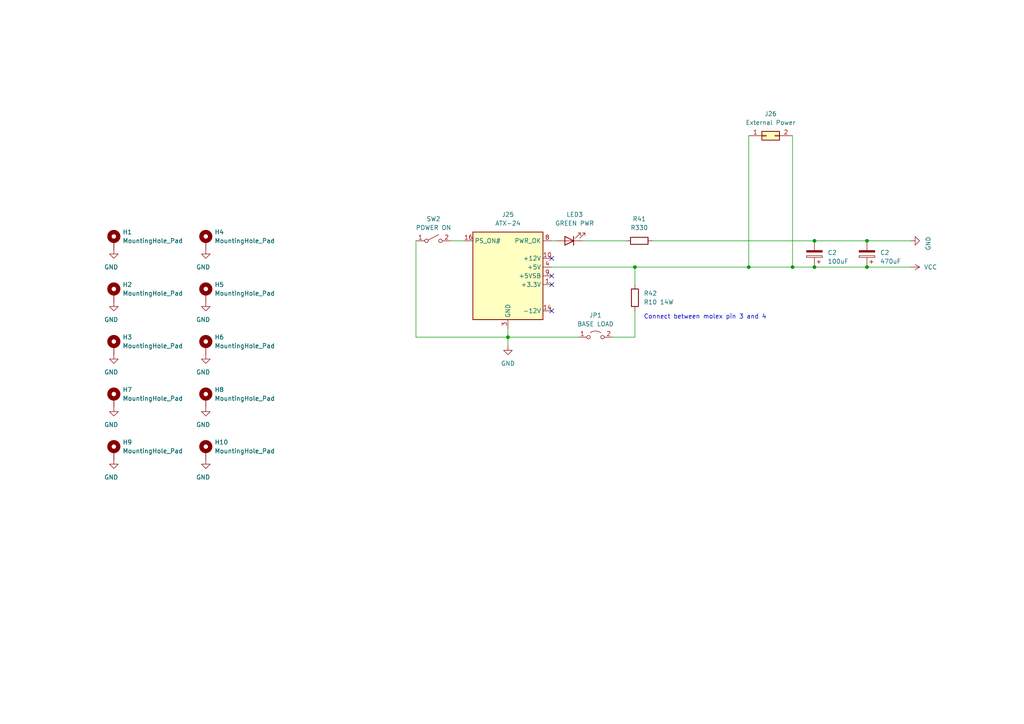
<source format=kicad_sch>
(kicad_sch (version 20230121) (generator eeschema)

  (uuid f4cade39-7a8b-4379-9e28-0e1b26b17c1c)

  (paper "A4")

  (title_block
    (title "Mats Brorson 68010 SBC Power Circuit")
    (date "2024-01-06")
    (rev "1.0-alpha")
  )

  (lib_symbols
    (symbol "Connector:ATX-24" (in_bom yes) (on_board yes)
      (property "Reference" "J" (at -8.89 13.97 0)
        (effects (font (size 1.27 1.27)))
      )
      (property "Value" "ATX-24" (at 6.35 13.97 0)
        (effects (font (size 1.27 1.27)))
      )
      (property "Footprint" "" (at 0 -2.54 0)
        (effects (font (size 1.27 1.27)) hide)
      )
      (property "Datasheet" "https://www.intel.com/content/dam/www/public/us/en/documents/guides/power-supply-design-guide-june.pdf#page=33" (at 60.96 -13.97 0)
        (effects (font (size 1.27 1.27)) hide)
      )
      (property "ki_keywords" "ATX PSU" (at 0 0 0)
        (effects (font (size 1.27 1.27)) hide)
      )
      (property "ki_description" "ATX Power supply 24pins" (at 0 0 0)
        (effects (font (size 1.27 1.27)) hide)
      )
      (property "ki_fp_filters" "*Mini?Fit*2x12*Vertical* *Mini?Fit*2x12*Horizontal*" (at 0 0 0)
        (effects (font (size 1.27 1.27)) hide)
      )
      (symbol "ATX-24_0_1"
        (rectangle (start -10.16 12.7) (end 10.16 -12.7)
          (stroke (width 0.254) (type default))
          (fill (type background))
        )
      )
      (symbol "ATX-24_1_1"
        (pin power_out line (at 12.7 -2.54 180) (length 2.54)
          (name "+3.3V" (effects (font (size 1.27 1.27))))
          (number "1" (effects (font (size 1.27 1.27))))
        )
        (pin power_out line (at 12.7 5.08 180) (length 2.54)
          (name "+12V" (effects (font (size 1.27 1.27))))
          (number "10" (effects (font (size 1.27 1.27))))
        )
        (pin passive line (at 12.7 5.08 180) (length 2.54) hide
          (name "+12V" (effects (font (size 1.27 1.27))))
          (number "11" (effects (font (size 1.27 1.27))))
        )
        (pin passive line (at 12.7 -2.54 180) (length 2.54) hide
          (name "+3.3V" (effects (font (size 1.27 1.27))))
          (number "12" (effects (font (size 1.27 1.27))))
        )
        (pin passive line (at 12.7 -2.54 180) (length 2.54) hide
          (name "+3.3V" (effects (font (size 1.27 1.27))))
          (number "13" (effects (font (size 1.27 1.27))))
        )
        (pin power_out line (at 12.7 -10.16 180) (length 2.54)
          (name "-12V" (effects (font (size 1.27 1.27))))
          (number "14" (effects (font (size 1.27 1.27))))
        )
        (pin passive line (at 0 -15.24 90) (length 2.54) hide
          (name "GND" (effects (font (size 1.27 1.27))))
          (number "15" (effects (font (size 1.27 1.27))))
        )
        (pin open_collector line (at -12.7 10.16 0) (length 2.54)
          (name "PS_ON#" (effects (font (size 1.27 1.27))))
          (number "16" (effects (font (size 1.27 1.27))))
        )
        (pin passive line (at 0 -15.24 90) (length 2.54) hide
          (name "GND" (effects (font (size 1.27 1.27))))
          (number "17" (effects (font (size 1.27 1.27))))
        )
        (pin passive line (at 0 -15.24 90) (length 2.54) hide
          (name "GND" (effects (font (size 1.27 1.27))))
          (number "18" (effects (font (size 1.27 1.27))))
        )
        (pin passive line (at 0 -15.24 90) (length 2.54) hide
          (name "GND" (effects (font (size 1.27 1.27))))
          (number "19" (effects (font (size 1.27 1.27))))
        )
        (pin passive line (at 12.7 -2.54 180) (length 2.54) hide
          (name "+3.3V" (effects (font (size 1.27 1.27))))
          (number "2" (effects (font (size 1.27 1.27))))
        )
        (pin no_connect line (at -10.16 0 0) (length 2.54) hide
          (name "NC" (effects (font (size 1.27 1.27))))
          (number "20" (effects (font (size 1.27 1.27))))
        )
        (pin passive line (at 12.7 2.54 180) (length 2.54) hide
          (name "+5V" (effects (font (size 1.27 1.27))))
          (number "21" (effects (font (size 1.27 1.27))))
        )
        (pin passive line (at 12.7 2.54 180) (length 2.54) hide
          (name "+5V" (effects (font (size 1.27 1.27))))
          (number "22" (effects (font (size 1.27 1.27))))
        )
        (pin passive line (at 12.7 2.54 180) (length 2.54) hide
          (name "+5V" (effects (font (size 1.27 1.27))))
          (number "23" (effects (font (size 1.27 1.27))))
        )
        (pin passive line (at 0 -15.24 90) (length 2.54) hide
          (name "GND" (effects (font (size 1.27 1.27))))
          (number "24" (effects (font (size 1.27 1.27))))
        )
        (pin power_out line (at 0 -15.24 90) (length 2.54)
          (name "GND" (effects (font (size 1.27 1.27))))
          (number "3" (effects (font (size 1.27 1.27))))
        )
        (pin power_out line (at 12.7 2.54 180) (length 2.54)
          (name "+5V" (effects (font (size 1.27 1.27))))
          (number "4" (effects (font (size 1.27 1.27))))
        )
        (pin passive line (at 0 -15.24 90) (length 2.54) hide
          (name "GND" (effects (font (size 1.27 1.27))))
          (number "5" (effects (font (size 1.27 1.27))))
        )
        (pin passive line (at 12.7 2.54 180) (length 2.54) hide
          (name "+5V" (effects (font (size 1.27 1.27))))
          (number "6" (effects (font (size 1.27 1.27))))
        )
        (pin passive line (at 0 -15.24 90) (length 2.54) hide
          (name "GND" (effects (font (size 1.27 1.27))))
          (number "7" (effects (font (size 1.27 1.27))))
        )
        (pin output line (at 12.7 10.16 180) (length 2.54)
          (name "PWR_OK" (effects (font (size 1.27 1.27))))
          (number "8" (effects (font (size 1.27 1.27))))
        )
        (pin power_out line (at 12.7 0 180) (length 2.54)
          (name "+5VSB" (effects (font (size 1.27 1.27))))
          (number "9" (effects (font (size 1.27 1.27))))
        )
      )
    )
    (symbol "Connector_Generic:Conn_02x01" (pin_names (offset 1.016) hide) (in_bom yes) (on_board yes)
      (property "Reference" "J" (at 1.27 2.54 0)
        (effects (font (size 1.27 1.27)))
      )
      (property "Value" "Conn_02x01" (at 1.27 -2.54 0)
        (effects (font (size 1.27 1.27)))
      )
      (property "Footprint" "" (at 0 0 0)
        (effects (font (size 1.27 1.27)) hide)
      )
      (property "Datasheet" "~" (at 0 0 0)
        (effects (font (size 1.27 1.27)) hide)
      )
      (property "ki_keywords" "connector" (at 0 0 0)
        (effects (font (size 1.27 1.27)) hide)
      )
      (property "ki_description" "Generic connector, double row, 02x01, this symbol is compatible with counter-clockwise, top-bottom and odd-even numbering schemes., script generated (kicad-library-utils/schlib/autogen/connector/)" (at 0 0 0)
        (effects (font (size 1.27 1.27)) hide)
      )
      (property "ki_fp_filters" "Connector*:*_2x??_*" (at 0 0 0)
        (effects (font (size 1.27 1.27)) hide)
      )
      (symbol "Conn_02x01_1_1"
        (rectangle (start -1.27 0.127) (end 0 -0.127)
          (stroke (width 0.1524) (type default))
          (fill (type none))
        )
        (rectangle (start -1.27 1.27) (end 3.81 -1.27)
          (stroke (width 0.254) (type default))
          (fill (type background))
        )
        (rectangle (start 3.81 0.127) (end 2.54 -0.127)
          (stroke (width 0.1524) (type default))
          (fill (type none))
        )
        (pin passive line (at -5.08 0 0) (length 3.81)
          (name "Pin_1" (effects (font (size 1.27 1.27))))
          (number "1" (effects (font (size 1.27 1.27))))
        )
        (pin passive line (at 7.62 0 180) (length 3.81)
          (name "Pin_2" (effects (font (size 1.27 1.27))))
          (number "2" (effects (font (size 1.27 1.27))))
        )
      )
    )
    (symbol "Device:C_Polarized" (pin_numbers hide) (pin_names (offset 0.254)) (in_bom yes) (on_board yes)
      (property "Reference" "C" (at 0.635 2.54 0)
        (effects (font (size 1.27 1.27)) (justify left))
      )
      (property "Value" "C_Polarized" (at 0.635 -2.54 0)
        (effects (font (size 1.27 1.27)) (justify left))
      )
      (property "Footprint" "" (at 0.9652 -3.81 0)
        (effects (font (size 1.27 1.27)) hide)
      )
      (property "Datasheet" "~" (at 0 0 0)
        (effects (font (size 1.27 1.27)) hide)
      )
      (property "ki_keywords" "cap capacitor" (at 0 0 0)
        (effects (font (size 1.27 1.27)) hide)
      )
      (property "ki_description" "Polarized capacitor" (at 0 0 0)
        (effects (font (size 1.27 1.27)) hide)
      )
      (property "ki_fp_filters" "CP_*" (at 0 0 0)
        (effects (font (size 1.27 1.27)) hide)
      )
      (symbol "C_Polarized_0_1"
        (rectangle (start -2.286 0.508) (end 2.286 1.016)
          (stroke (width 0) (type default))
          (fill (type none))
        )
        (polyline
          (pts
            (xy -1.778 2.286)
            (xy -0.762 2.286)
          )
          (stroke (width 0) (type default))
          (fill (type none))
        )
        (polyline
          (pts
            (xy -1.27 2.794)
            (xy -1.27 1.778)
          )
          (stroke (width 0) (type default))
          (fill (type none))
        )
        (rectangle (start 2.286 -0.508) (end -2.286 -1.016)
          (stroke (width 0) (type default))
          (fill (type outline))
        )
      )
      (symbol "C_Polarized_1_1"
        (pin passive line (at 0 3.81 270) (length 2.794)
          (name "~" (effects (font (size 1.27 1.27))))
          (number "1" (effects (font (size 1.27 1.27))))
        )
        (pin passive line (at 0 -3.81 90) (length 2.794)
          (name "~" (effects (font (size 1.27 1.27))))
          (number "2" (effects (font (size 1.27 1.27))))
        )
      )
    )
    (symbol "Device:LED" (pin_numbers hide) (pin_names (offset 1.016) hide) (in_bom yes) (on_board yes)
      (property "Reference" "D" (at 0 2.54 0)
        (effects (font (size 1.27 1.27)))
      )
      (property "Value" "LED" (at 0 -2.54 0)
        (effects (font (size 1.27 1.27)))
      )
      (property "Footprint" "" (at 0 0 0)
        (effects (font (size 1.27 1.27)) hide)
      )
      (property "Datasheet" "~" (at 0 0 0)
        (effects (font (size 1.27 1.27)) hide)
      )
      (property "ki_keywords" "LED diode" (at 0 0 0)
        (effects (font (size 1.27 1.27)) hide)
      )
      (property "ki_description" "Light emitting diode" (at 0 0 0)
        (effects (font (size 1.27 1.27)) hide)
      )
      (property "ki_fp_filters" "LED* LED_SMD:* LED_THT:*" (at 0 0 0)
        (effects (font (size 1.27 1.27)) hide)
      )
      (symbol "LED_0_1"
        (polyline
          (pts
            (xy -1.27 -1.27)
            (xy -1.27 1.27)
          )
          (stroke (width 0.254) (type default))
          (fill (type none))
        )
        (polyline
          (pts
            (xy -1.27 0)
            (xy 1.27 0)
          )
          (stroke (width 0) (type default))
          (fill (type none))
        )
        (polyline
          (pts
            (xy 1.27 -1.27)
            (xy 1.27 1.27)
            (xy -1.27 0)
            (xy 1.27 -1.27)
          )
          (stroke (width 0.254) (type default))
          (fill (type none))
        )
        (polyline
          (pts
            (xy -3.048 -0.762)
            (xy -4.572 -2.286)
            (xy -3.81 -2.286)
            (xy -4.572 -2.286)
            (xy -4.572 -1.524)
          )
          (stroke (width 0) (type default))
          (fill (type none))
        )
        (polyline
          (pts
            (xy -1.778 -0.762)
            (xy -3.302 -2.286)
            (xy -2.54 -2.286)
            (xy -3.302 -2.286)
            (xy -3.302 -1.524)
          )
          (stroke (width 0) (type default))
          (fill (type none))
        )
      )
      (symbol "LED_1_1"
        (pin passive line (at -3.81 0 0) (length 2.54)
          (name "K" (effects (font (size 1.27 1.27))))
          (number "1" (effects (font (size 1.27 1.27))))
        )
        (pin passive line (at 3.81 0 180) (length 2.54)
          (name "A" (effects (font (size 1.27 1.27))))
          (number "2" (effects (font (size 1.27 1.27))))
        )
      )
    )
    (symbol "Device:R" (pin_numbers hide) (pin_names (offset 0)) (in_bom yes) (on_board yes)
      (property "Reference" "R" (at 2.032 0 90)
        (effects (font (size 1.27 1.27)))
      )
      (property "Value" "R" (at 0 0 90)
        (effects (font (size 1.27 1.27)))
      )
      (property "Footprint" "" (at -1.778 0 90)
        (effects (font (size 1.27 1.27)) hide)
      )
      (property "Datasheet" "~" (at 0 0 0)
        (effects (font (size 1.27 1.27)) hide)
      )
      (property "ki_keywords" "R res resistor" (at 0 0 0)
        (effects (font (size 1.27 1.27)) hide)
      )
      (property "ki_description" "Resistor" (at 0 0 0)
        (effects (font (size 1.27 1.27)) hide)
      )
      (property "ki_fp_filters" "R_*" (at 0 0 0)
        (effects (font (size 1.27 1.27)) hide)
      )
      (symbol "R_0_1"
        (rectangle (start -1.016 -2.54) (end 1.016 2.54)
          (stroke (width 0.254) (type default))
          (fill (type none))
        )
      )
      (symbol "R_1_1"
        (pin passive line (at 0 3.81 270) (length 1.27)
          (name "~" (effects (font (size 1.27 1.27))))
          (number "1" (effects (font (size 1.27 1.27))))
        )
        (pin passive line (at 0 -3.81 90) (length 1.27)
          (name "~" (effects (font (size 1.27 1.27))))
          (number "2" (effects (font (size 1.27 1.27))))
        )
      )
    )
    (symbol "Jumper:Jumper_2_Open" (pin_names (offset 0) hide) (in_bom yes) (on_board yes)
      (property "Reference" "JP" (at 0 2.794 0)
        (effects (font (size 1.27 1.27)))
      )
      (property "Value" "Jumper_2_Open" (at 0 -2.286 0)
        (effects (font (size 1.27 1.27)))
      )
      (property "Footprint" "" (at 0 0 0)
        (effects (font (size 1.27 1.27)) hide)
      )
      (property "Datasheet" "~" (at 0 0 0)
        (effects (font (size 1.27 1.27)) hide)
      )
      (property "ki_keywords" "Jumper SPST" (at 0 0 0)
        (effects (font (size 1.27 1.27)) hide)
      )
      (property "ki_description" "Jumper, 2-pole, open" (at 0 0 0)
        (effects (font (size 1.27 1.27)) hide)
      )
      (property "ki_fp_filters" "Jumper* TestPoint*2Pads* TestPoint*Bridge*" (at 0 0 0)
        (effects (font (size 1.27 1.27)) hide)
      )
      (symbol "Jumper_2_Open_0_0"
        (circle (center -2.032 0) (radius 0.508)
          (stroke (width 0) (type default))
          (fill (type none))
        )
        (circle (center 2.032 0) (radius 0.508)
          (stroke (width 0) (type default))
          (fill (type none))
        )
      )
      (symbol "Jumper_2_Open_0_1"
        (arc (start 1.524 1.27) (mid 0 1.778) (end -1.524 1.27)
          (stroke (width 0) (type default))
          (fill (type none))
        )
      )
      (symbol "Jumper_2_Open_1_1"
        (pin passive line (at -5.08 0 0) (length 2.54)
          (name "A" (effects (font (size 1.27 1.27))))
          (number "1" (effects (font (size 1.27 1.27))))
        )
        (pin passive line (at 5.08 0 180) (length 2.54)
          (name "B" (effects (font (size 1.27 1.27))))
          (number "2" (effects (font (size 1.27 1.27))))
        )
      )
    )
    (symbol "Mechanical:MountingHole_Pad" (pin_numbers hide) (pin_names (offset 1.016) hide) (in_bom yes) (on_board yes)
      (property "Reference" "H" (at 0 6.35 0)
        (effects (font (size 1.27 1.27)))
      )
      (property "Value" "MountingHole_Pad" (at 0 4.445 0)
        (effects (font (size 1.27 1.27)))
      )
      (property "Footprint" "" (at 0 0 0)
        (effects (font (size 1.27 1.27)) hide)
      )
      (property "Datasheet" "~" (at 0 0 0)
        (effects (font (size 1.27 1.27)) hide)
      )
      (property "ki_keywords" "mounting hole" (at 0 0 0)
        (effects (font (size 1.27 1.27)) hide)
      )
      (property "ki_description" "Mounting Hole with connection" (at 0 0 0)
        (effects (font (size 1.27 1.27)) hide)
      )
      (property "ki_fp_filters" "MountingHole*Pad*" (at 0 0 0)
        (effects (font (size 1.27 1.27)) hide)
      )
      (symbol "MountingHole_Pad_0_1"
        (circle (center 0 1.27) (radius 1.27)
          (stroke (width 1.27) (type default))
          (fill (type none))
        )
      )
      (symbol "MountingHole_Pad_1_1"
        (pin input line (at 0 -2.54 90) (length 2.54)
          (name "1" (effects (font (size 1.27 1.27))))
          (number "1" (effects (font (size 1.27 1.27))))
        )
      )
    )
    (symbol "Switch:SW_SPST" (pin_names (offset 0) hide) (in_bom yes) (on_board yes)
      (property "Reference" "SW" (at 0 3.175 0)
        (effects (font (size 1.27 1.27)))
      )
      (property "Value" "SW_SPST" (at 0 -2.54 0)
        (effects (font (size 1.27 1.27)))
      )
      (property "Footprint" "" (at 0 0 0)
        (effects (font (size 1.27 1.27)) hide)
      )
      (property "Datasheet" "~" (at 0 0 0)
        (effects (font (size 1.27 1.27)) hide)
      )
      (property "ki_keywords" "switch lever" (at 0 0 0)
        (effects (font (size 1.27 1.27)) hide)
      )
      (property "ki_description" "Single Pole Single Throw (SPST) switch" (at 0 0 0)
        (effects (font (size 1.27 1.27)) hide)
      )
      (symbol "SW_SPST_0_0"
        (circle (center -2.032 0) (radius 0.508)
          (stroke (width 0) (type default))
          (fill (type none))
        )
        (polyline
          (pts
            (xy -1.524 0.254)
            (xy 1.524 1.778)
          )
          (stroke (width 0) (type default))
          (fill (type none))
        )
        (circle (center 2.032 0) (radius 0.508)
          (stroke (width 0) (type default))
          (fill (type none))
        )
      )
      (symbol "SW_SPST_1_1"
        (pin passive line (at -5.08 0 0) (length 2.54)
          (name "A" (effects (font (size 1.27 1.27))))
          (number "1" (effects (font (size 1.27 1.27))))
        )
        (pin passive line (at 5.08 0 180) (length 2.54)
          (name "B" (effects (font (size 1.27 1.27))))
          (number "2" (effects (font (size 1.27 1.27))))
        )
      )
    )
    (symbol "power:GND" (power) (pin_names (offset 0)) (in_bom yes) (on_board yes)
      (property "Reference" "#PWR" (at 0 -6.35 0)
        (effects (font (size 1.27 1.27)) hide)
      )
      (property "Value" "GND" (at 0 -3.81 0)
        (effects (font (size 1.27 1.27)))
      )
      (property "Footprint" "" (at 0 0 0)
        (effects (font (size 1.27 1.27)) hide)
      )
      (property "Datasheet" "" (at 0 0 0)
        (effects (font (size 1.27 1.27)) hide)
      )
      (property "ki_keywords" "global power" (at 0 0 0)
        (effects (font (size 1.27 1.27)) hide)
      )
      (property "ki_description" "Power symbol creates a global label with name \"GND\" , ground" (at 0 0 0)
        (effects (font (size 1.27 1.27)) hide)
      )
      (symbol "GND_0_1"
        (polyline
          (pts
            (xy 0 0)
            (xy 0 -1.27)
            (xy 1.27 -1.27)
            (xy 0 -2.54)
            (xy -1.27 -1.27)
            (xy 0 -1.27)
          )
          (stroke (width 0) (type default))
          (fill (type none))
        )
      )
      (symbol "GND_1_1"
        (pin power_in line (at 0 0 270) (length 0) hide
          (name "GND" (effects (font (size 1.27 1.27))))
          (number "1" (effects (font (size 1.27 1.27))))
        )
      )
    )
    (symbol "power:VCC" (power) (pin_names (offset 0)) (in_bom yes) (on_board yes)
      (property "Reference" "#PWR" (at 0 -3.81 0)
        (effects (font (size 1.27 1.27)) hide)
      )
      (property "Value" "VCC" (at 0 3.81 0)
        (effects (font (size 1.27 1.27)))
      )
      (property "Footprint" "" (at 0 0 0)
        (effects (font (size 1.27 1.27)) hide)
      )
      (property "Datasheet" "" (at 0 0 0)
        (effects (font (size 1.27 1.27)) hide)
      )
      (property "ki_keywords" "global power" (at 0 0 0)
        (effects (font (size 1.27 1.27)) hide)
      )
      (property "ki_description" "Power symbol creates a global label with name \"VCC\"" (at 0 0 0)
        (effects (font (size 1.27 1.27)) hide)
      )
      (symbol "VCC_0_1"
        (polyline
          (pts
            (xy -0.762 1.27)
            (xy 0 2.54)
          )
          (stroke (width 0) (type default))
          (fill (type none))
        )
        (polyline
          (pts
            (xy 0 0)
            (xy 0 2.54)
          )
          (stroke (width 0) (type default))
          (fill (type none))
        )
        (polyline
          (pts
            (xy 0 2.54)
            (xy 0.762 1.27)
          )
          (stroke (width 0) (type default))
          (fill (type none))
        )
      )
      (symbol "VCC_1_1"
        (pin power_in line (at 0 0 90) (length 0) hide
          (name "VCC" (effects (font (size 1.27 1.27))))
          (number "1" (effects (font (size 1.27 1.27))))
        )
      )
    )
  )

  (junction (at 236.22 69.85) (diameter 0) (color 0 0 0 0)
    (uuid 3284fc2a-86b4-4641-9719-df7dfecc4295)
  )
  (junction (at 236.22 77.47) (diameter 0) (color 0 0 0 0)
    (uuid 409b4a9e-ab23-4641-8a69-6edfbee8340b)
  )
  (junction (at 147.32 97.79) (diameter 0) (color 0 0 0 0)
    (uuid aa8aabf3-704f-412a-a795-efe5a8919022)
  )
  (junction (at 251.46 69.85) (diameter 0) (color 0 0 0 0)
    (uuid b55f0407-cd3b-4aee-acdf-ec4b53ff4788)
  )
  (junction (at 251.46 77.47) (diameter 0) (color 0 0 0 0)
    (uuid b582ea8a-ca73-4587-b9bd-711041cc4c3b)
  )
  (junction (at 184.15 77.47) (diameter 0) (color 0 0 0 0)
    (uuid cd401d05-b7f3-43b7-bbb4-f04b41ad25c3)
  )
  (junction (at 217.17 77.47) (diameter 0) (color 0 0 0 0)
    (uuid e00c24fd-6b4c-4bce-8eaa-5697472a42c6)
  )
  (junction (at 229.87 77.47) (diameter 0) (color 0 0 0 0)
    (uuid e83157ff-5285-4904-95d5-b8b5daf1f79e)
  )

  (no_connect (at 160.02 82.55) (uuid 3af4c8f5-3f16-4cb3-8716-adbfc27feb92))
  (no_connect (at 160.02 90.17) (uuid 56c20074-a8a6-4202-bf5c-a8aaead52510))
  (no_connect (at 160.02 80.01) (uuid 73624a7f-c7dd-4f57-a089-d8499925ec95))
  (no_connect (at 160.02 74.93) (uuid d7ed0451-75ca-4350-8069-c879ca83e61e))

  (wire (pts (xy 184.15 77.47) (xy 184.15 82.55))
    (stroke (width 0) (type default))
    (uuid 0383630b-1b1f-4880-84b1-314620868a36)
  )
  (wire (pts (xy 177.8 97.79) (xy 184.15 97.79))
    (stroke (width 0) (type default))
    (uuid 07f1e1d3-6436-4e51-92da-9f7b663c44f4)
  )
  (wire (pts (xy 251.46 77.47) (xy 264.16 77.47))
    (stroke (width 0) (type default))
    (uuid 0feeaafa-804d-4f40-bfbb-664c8d0297f9)
  )
  (wire (pts (xy 120.65 69.85) (xy 120.65 97.79))
    (stroke (width 0) (type default))
    (uuid 19f4eaa1-a0b4-46c3-ac5e-444a61784808)
  )
  (wire (pts (xy 229.87 77.47) (xy 236.22 77.47))
    (stroke (width 0) (type default))
    (uuid 20b9d31e-9d79-4a8c-b6b3-d9b4678b2b6c)
  )
  (wire (pts (xy 147.32 100.33) (xy 147.32 97.79))
    (stroke (width 0) (type default))
    (uuid 31416e59-fe52-40cf-beab-ccc3bcccf72c)
  )
  (wire (pts (xy 160.02 77.47) (xy 184.15 77.47))
    (stroke (width 0) (type default))
    (uuid 346db1d7-3908-48b7-acc2-57a2bcf8cdd1)
  )
  (wire (pts (xy 236.22 77.47) (xy 251.46 77.47))
    (stroke (width 0) (type default))
    (uuid 3b62d5c6-42c7-4630-991f-80993df69537)
  )
  (wire (pts (xy 229.87 39.37) (xy 229.87 77.47))
    (stroke (width 0) (type default))
    (uuid 4e79da00-ef4b-4a04-a642-a9fae5bc0d67)
  )
  (wire (pts (xy 130.81 69.85) (xy 134.62 69.85))
    (stroke (width 0) (type default))
    (uuid 5702995b-a7c5-47a3-9543-864b16e22439)
  )
  (wire (pts (xy 160.02 69.85) (xy 161.29 69.85))
    (stroke (width 0) (type default))
    (uuid 72355ecf-477a-46df-91ba-d76173fcbf6e)
  )
  (wire (pts (xy 236.22 69.85) (xy 189.23 69.85))
    (stroke (width 0) (type default))
    (uuid 74a13c2b-2b8e-4a6d-97dd-54f26806ac41)
  )
  (wire (pts (xy 236.22 69.85) (xy 251.46 69.85))
    (stroke (width 0) (type default))
    (uuid 8702b324-34e7-4f10-807f-6bb0b463faae)
  )
  (wire (pts (xy 120.65 97.79) (xy 147.32 97.79))
    (stroke (width 0) (type default))
    (uuid 9406fcab-2107-4acb-b2f9-f91a24fa23fb)
  )
  (wire (pts (xy 184.15 77.47) (xy 217.17 77.47))
    (stroke (width 0) (type default))
    (uuid 94fd78bf-0212-43ca-b8a8-537aef72b7ee)
  )
  (wire (pts (xy 251.46 69.85) (xy 264.16 69.85))
    (stroke (width 0) (type default))
    (uuid 9629714b-367f-4f1d-8275-48bdbfabc78c)
  )
  (wire (pts (xy 181.61 69.85) (xy 168.91 69.85))
    (stroke (width 0) (type default))
    (uuid b8708bc7-cfa6-4f88-a8c9-6c93c8a4ee6a)
  )
  (wire (pts (xy 147.32 97.79) (xy 147.32 95.25))
    (stroke (width 0) (type default))
    (uuid c8219009-c65c-489e-a379-60914f123f4f)
  )
  (wire (pts (xy 184.15 90.17) (xy 184.15 97.79))
    (stroke (width 0) (type default))
    (uuid d1bd4b30-4bbb-4c1a-b7e1-9132e618df4c)
  )
  (wire (pts (xy 147.32 97.79) (xy 167.64 97.79))
    (stroke (width 0) (type default))
    (uuid dd798150-5619-409b-837b-d3d8c58fd34b)
  )
  (wire (pts (xy 217.17 77.47) (xy 229.87 77.47))
    (stroke (width 0) (type default))
    (uuid f274d03b-0588-4d52-9148-53b118b963fb)
  )
  (wire (pts (xy 217.17 39.37) (xy 217.17 77.47))
    (stroke (width 0) (type default))
    (uuid fe777552-237d-4f8e-a29e-8d3fd0b6ca69)
  )

  (text "Connect between molex pin 3 and 4" (at 186.69 92.71 0)
    (effects (font (size 1.27 1.27)) (justify left bottom))
    (uuid 3a9ef986-93bb-473f-9ce1-a0500d52590e)
  )

  (symbol (lib_id "power:GND") (at 33.02 72.39 0) (unit 1)
    (in_bom yes) (on_board yes) (dnp no)
    (uuid 09267fb9-3977-4e44-b689-4dbc106012c5)
    (property "Reference" "#PWR029" (at 33.02 78.74 0)
      (effects (font (size 1.27 1.27)) hide)
    )
    (property "Value" "GND" (at 34.29 77.47 0)
      (effects (font (size 1.27 1.27)) (justify right))
    )
    (property "Footprint" "" (at 33.02 72.39 0)
      (effects (font (size 1.27 1.27)) hide)
    )
    (property "Datasheet" "" (at 33.02 72.39 0)
      (effects (font (size 1.27 1.27)) hide)
    )
    (pin "1" (uuid 8bd7880a-8f8f-4aaa-8242-c27f028ca05b))
    (instances
      (project "mb68k"
        (path "/e63e39d7-6ac0-4ffd-8aa3-1841a4541b55/60b3e0cc-7d6f-4628-b20d-5a9d7b2fa5fa"
          (reference "#PWR029") (unit 1)
        )
        (path "/e63e39d7-6ac0-4ffd-8aa3-1841a4541b55/917725a3-e126-410e-a107-b902da9d2a29"
          (reference "#PWR02") (unit 1)
        )
      )
    )
  )

  (symbol (lib_id "power:GND") (at 264.16 69.85 90) (unit 1)
    (in_bom yes) (on_board yes) (dnp no)
    (uuid 0deaf31e-80ac-4cf4-b060-6f11ca367eec)
    (property "Reference" "#PWR029" (at 270.51 69.85 0)
      (effects (font (size 1.27 1.27)) hide)
    )
    (property "Value" "GND" (at 269.24 68.58 0)
      (effects (font (size 1.27 1.27)) (justify right))
    )
    (property "Footprint" "" (at 264.16 69.85 0)
      (effects (font (size 1.27 1.27)) hide)
    )
    (property "Datasheet" "" (at 264.16 69.85 0)
      (effects (font (size 1.27 1.27)) hide)
    )
    (pin "1" (uuid b2ef4618-7406-44b1-8cd2-536517a9c279))
    (instances
      (project "mb68k"
        (path "/e63e39d7-6ac0-4ffd-8aa3-1841a4541b55/60b3e0cc-7d6f-4628-b20d-5a9d7b2fa5fa"
          (reference "#PWR029") (unit 1)
        )
        (path "/e63e39d7-6ac0-4ffd-8aa3-1841a4541b55/917725a3-e126-410e-a107-b902da9d2a29"
          (reference "#PWR021") (unit 1)
        )
      )
    )
  )

  (symbol (lib_id "power:GND") (at 59.69 118.11 0) (unit 1)
    (in_bom yes) (on_board yes) (dnp no)
    (uuid 0f1fbf8c-d7ac-4058-b9ce-9c53579d8811)
    (property "Reference" "#PWR029" (at 59.69 124.46 0)
      (effects (font (size 1.27 1.27)) hide)
    )
    (property "Value" "GND" (at 60.96 123.19 0)
      (effects (font (size 1.27 1.27)) (justify right))
    )
    (property "Footprint" "" (at 59.69 118.11 0)
      (effects (font (size 1.27 1.27)) hide)
    )
    (property "Datasheet" "" (at 59.69 118.11 0)
      (effects (font (size 1.27 1.27)) hide)
    )
    (pin "1" (uuid b9538f21-f338-4165-934c-1957df0288e8))
    (instances
      (project "mb68k"
        (path "/e63e39d7-6ac0-4ffd-8aa3-1841a4541b55/60b3e0cc-7d6f-4628-b20d-5a9d7b2fa5fa"
          (reference "#PWR029") (unit 1)
        )
        (path "/e63e39d7-6ac0-4ffd-8aa3-1841a4541b55/917725a3-e126-410e-a107-b902da9d2a29"
          (reference "#PWR072") (unit 1)
        )
      )
    )
  )

  (symbol (lib_id "Mechanical:MountingHole_Pad") (at 59.69 130.81 0) (unit 1)
    (in_bom yes) (on_board yes) (dnp no) (fields_autoplaced)
    (uuid 173bdd81-fad8-4794-a3eb-7df5999e825d)
    (property "Reference" "H10" (at 62.23 128.27 0)
      (effects (font (size 1.27 1.27)) (justify left))
    )
    (property "Value" "MountingHole_Pad" (at 62.23 130.81 0)
      (effects (font (size 1.27 1.27)) (justify left))
    )
    (property "Footprint" "MountingHole:MountingHole_4.3mm_M4_DIN965_Pad" (at 59.69 130.81 0)
      (effects (font (size 1.27 1.27)) hide)
    )
    (property "Datasheet" "~" (at 59.69 130.81 0)
      (effects (font (size 1.27 1.27)) hide)
    )
    (pin "1" (uuid 1a8e9b21-bdbd-4e81-b51d-f0e9f2bc9cea))
    (instances
      (project "mb68k"
        (path "/e63e39d7-6ac0-4ffd-8aa3-1841a4541b55/917725a3-e126-410e-a107-b902da9d2a29"
          (reference "H10") (unit 1)
        )
      )
    )
  )

  (symbol (lib_id "power:GND") (at 33.02 133.35 0) (unit 1)
    (in_bom yes) (on_board yes) (dnp no)
    (uuid 1a8dc65f-43ac-4a76-87bd-0ecea9e72347)
    (property "Reference" "#PWR029" (at 33.02 139.7 0)
      (effects (font (size 1.27 1.27)) hide)
    )
    (property "Value" "GND" (at 34.29 138.43 0)
      (effects (font (size 1.27 1.27)) (justify right))
    )
    (property "Footprint" "" (at 33.02 133.35 0)
      (effects (font (size 1.27 1.27)) hide)
    )
    (property "Datasheet" "" (at 33.02 133.35 0)
      (effects (font (size 1.27 1.27)) hide)
    )
    (pin "1" (uuid f50ff8a6-bbac-4016-a278-a2d29a50812f))
    (instances
      (project "mb68k"
        (path "/e63e39d7-6ac0-4ffd-8aa3-1841a4541b55/60b3e0cc-7d6f-4628-b20d-5a9d7b2fa5fa"
          (reference "#PWR029") (unit 1)
        )
        (path "/e63e39d7-6ac0-4ffd-8aa3-1841a4541b55/917725a3-e126-410e-a107-b902da9d2a29"
          (reference "#PWR073") (unit 1)
        )
      )
    )
  )

  (symbol (lib_id "power:GND") (at 147.32 100.33 0) (unit 1)
    (in_bom yes) (on_board yes) (dnp no) (fields_autoplaced)
    (uuid 27612867-9cac-42e6-a32e-41c636cd3dc5)
    (property "Reference" "#PWR021" (at 147.32 106.68 0)
      (effects (font (size 1.27 1.27)) hide)
    )
    (property "Value" "GND" (at 147.32 105.41 0)
      (effects (font (size 1.27 1.27)))
    )
    (property "Footprint" "" (at 147.32 100.33 0)
      (effects (font (size 1.27 1.27)) hide)
    )
    (property "Datasheet" "" (at 147.32 100.33 0)
      (effects (font (size 1.27 1.27)) hide)
    )
    (pin "1" (uuid 4c7063de-873b-43fa-a2f1-896763deb7bb))
    (instances
      (project "mb68k"
        (path "/e63e39d7-6ac0-4ffd-8aa3-1841a4541b55/9fd2bd3c-9347-4575-b465-a62477559a86"
          (reference "#PWR021") (unit 1)
        )
        (path "/e63e39d7-6ac0-4ffd-8aa3-1841a4541b55/60b3e0cc-7d6f-4628-b20d-5a9d7b2fa5fa"
          (reference "#PWR028") (unit 1)
        )
        (path "/e63e39d7-6ac0-4ffd-8aa3-1841a4541b55/917725a3-e126-410e-a107-b902da9d2a29"
          (reference "#PWR029") (unit 1)
        )
      )
    )
  )

  (symbol (lib_id "Device:LED") (at 165.1 69.85 180) (unit 1)
    (in_bom yes) (on_board yes) (dnp no) (fields_autoplaced)
    (uuid 2a9b8b18-38d3-4a63-87d0-97dbdfdb9443)
    (property "Reference" "LED3" (at 166.6875 62.23 0)
      (effects (font (size 1.27 1.27)))
    )
    (property "Value" "GREEN PWR" (at 166.6875 64.77 0)
      (effects (font (size 1.27 1.27)))
    )
    (property "Footprint" "LED_THT:LED_D5.0mm" (at 165.1 69.85 0)
      (effects (font (size 1.27 1.27)) hide)
    )
    (property "Datasheet" "~" (at 165.1 69.85 0)
      (effects (font (size 1.27 1.27)) hide)
    )
    (pin "1" (uuid 28fc25f8-b0be-48f9-938a-077b61c7a00b))
    (pin "2" (uuid 46cea2b5-9c95-4a83-9f41-db7baade4622))
    (instances
      (project "mb68k"
        (path "/e63e39d7-6ac0-4ffd-8aa3-1841a4541b55/60b3e0cc-7d6f-4628-b20d-5a9d7b2fa5fa"
          (reference "LED3") (unit 1)
        )
        (path "/e63e39d7-6ac0-4ffd-8aa3-1841a4541b55/917725a3-e126-410e-a107-b902da9d2a29"
          (reference "LED3") (unit 1)
        )
      )
    )
  )

  (symbol (lib_id "Device:C_Polarized") (at 251.46 73.66 180) (unit 1)
    (in_bom yes) (on_board yes) (dnp no) (fields_autoplaced)
    (uuid 2b617140-05a5-4e4c-a6ba-0dae647789ad)
    (property "Reference" "C2" (at 255.27 73.279 0)
      (effects (font (size 1.27 1.27)) (justify right))
    )
    (property "Value" "470uF" (at 255.27 75.819 0)
      (effects (font (size 1.27 1.27)) (justify right))
    )
    (property "Footprint" "Capacitor_THT:CP_Radial_D5.0mm_P2.50mm" (at 250.4948 69.85 0)
      (effects (font (size 1.27 1.27)) hide)
    )
    (property "Datasheet" "~" (at 251.46 73.66 0)
      (effects (font (size 1.27 1.27)) hide)
    )
    (pin "1" (uuid 909d0d03-6906-4488-87f3-42e955fc7238))
    (pin "2" (uuid fa2053f8-b597-429c-b88a-21d0b4951915))
    (instances
      (project "mb68k"
        (path "/e63e39d7-6ac0-4ffd-8aa3-1841a4541b55/60b3e0cc-7d6f-4628-b20d-5a9d7b2fa5fa"
          (reference "C2") (unit 1)
        )
        (path "/e63e39d7-6ac0-4ffd-8aa3-1841a4541b55/917725a3-e126-410e-a107-b902da9d2a29"
          (reference "C17") (unit 1)
        )
      )
    )
  )

  (symbol (lib_id "Mechanical:MountingHole_Pad") (at 33.02 130.81 0) (unit 1)
    (in_bom yes) (on_board yes) (dnp no) (fields_autoplaced)
    (uuid 2cf4daf0-2b14-4aca-b9d4-ba6ac3152871)
    (property "Reference" "H9" (at 35.56 128.27 0)
      (effects (font (size 1.27 1.27)) (justify left))
    )
    (property "Value" "MountingHole_Pad" (at 35.56 130.81 0)
      (effects (font (size 1.27 1.27)) (justify left))
    )
    (property "Footprint" "MountingHole:MountingHole_4.3mm_M4_DIN965_Pad" (at 33.02 130.81 0)
      (effects (font (size 1.27 1.27)) hide)
    )
    (property "Datasheet" "~" (at 33.02 130.81 0)
      (effects (font (size 1.27 1.27)) hide)
    )
    (pin "1" (uuid fafdb04e-8156-4683-9824-75882c45911e))
    (instances
      (project "mb68k"
        (path "/e63e39d7-6ac0-4ffd-8aa3-1841a4541b55/917725a3-e126-410e-a107-b902da9d2a29"
          (reference "H9") (unit 1)
        )
      )
    )
  )

  (symbol (lib_id "power:GND") (at 33.02 118.11 0) (unit 1)
    (in_bom yes) (on_board yes) (dnp no)
    (uuid 2d43db45-084b-4d7c-a098-afa1096db6be)
    (property "Reference" "#PWR029" (at 33.02 124.46 0)
      (effects (font (size 1.27 1.27)) hide)
    )
    (property "Value" "GND" (at 34.29 123.19 0)
      (effects (font (size 1.27 1.27)) (justify right))
    )
    (property "Footprint" "" (at 33.02 118.11 0)
      (effects (font (size 1.27 1.27)) hide)
    )
    (property "Datasheet" "" (at 33.02 118.11 0)
      (effects (font (size 1.27 1.27)) hide)
    )
    (pin "1" (uuid dadde673-e2d3-49a9-ae23-ca056f470751))
    (instances
      (project "mb68k"
        (path "/e63e39d7-6ac0-4ffd-8aa3-1841a4541b55/60b3e0cc-7d6f-4628-b20d-5a9d7b2fa5fa"
          (reference "#PWR029") (unit 1)
        )
        (path "/e63e39d7-6ac0-4ffd-8aa3-1841a4541b55/917725a3-e126-410e-a107-b902da9d2a29"
          (reference "#PWR071") (unit 1)
        )
      )
    )
  )

  (symbol (lib_id "power:GND") (at 59.69 133.35 0) (unit 1)
    (in_bom yes) (on_board yes) (dnp no)
    (uuid 3062b7ba-0814-49ee-abc2-39d46d10417a)
    (property "Reference" "#PWR029" (at 59.69 139.7 0)
      (effects (font (size 1.27 1.27)) hide)
    )
    (property "Value" "GND" (at 60.96 138.43 0)
      (effects (font (size 1.27 1.27)) (justify right))
    )
    (property "Footprint" "" (at 59.69 133.35 0)
      (effects (font (size 1.27 1.27)) hide)
    )
    (property "Datasheet" "" (at 59.69 133.35 0)
      (effects (font (size 1.27 1.27)) hide)
    )
    (pin "1" (uuid 93791477-54a5-424a-8ccb-276b6d5c7cdc))
    (instances
      (project "mb68k"
        (path "/e63e39d7-6ac0-4ffd-8aa3-1841a4541b55/60b3e0cc-7d6f-4628-b20d-5a9d7b2fa5fa"
          (reference "#PWR029") (unit 1)
        )
        (path "/e63e39d7-6ac0-4ffd-8aa3-1841a4541b55/917725a3-e126-410e-a107-b902da9d2a29"
          (reference "#PWR074") (unit 1)
        )
      )
    )
  )

  (symbol (lib_id "Connector:ATX-24") (at 147.32 80.01 0) (unit 1)
    (in_bom yes) (on_board yes) (dnp no) (fields_autoplaced)
    (uuid 31bf6da5-4e85-407a-a4f7-5357b2fc690d)
    (property "Reference" "J25" (at 147.32 62.23 0)
      (effects (font (size 1.27 1.27)))
    )
    (property "Value" "ATX-24" (at 147.32 64.77 0)
      (effects (font (size 1.27 1.27)))
    )
    (property "Footprint" "Connector_Molex:Molex_Mini-Fit_Jr_5566-24A_2x12_P4.20mm_Vertical" (at 147.32 82.55 0)
      (effects (font (size 1.27 1.27)) hide)
    )
    (property "Datasheet" "https://www.intel.com/content/dam/www/public/us/en/documents/guides/power-supply-design-guide-june.pdf#page=33" (at 208.28 93.98 0)
      (effects (font (size 1.27 1.27)) hide)
    )
    (pin "1" (uuid 90396a6a-626a-4c77-8b4f-435715046783))
    (pin "10" (uuid 98d05a12-b116-4d7e-945a-a2ae794ecb62))
    (pin "11" (uuid 50b443eb-9c1a-4fec-a7a8-5cab91aeff5e))
    (pin "12" (uuid ae559f24-db0d-48b9-b3fc-9497c677aeb5))
    (pin "13" (uuid 28460852-4294-46fb-8292-903004800b84))
    (pin "14" (uuid e12a49b3-3920-42ce-93d6-0eb7ba643a36))
    (pin "15" (uuid 980397cf-3c34-4246-8d43-9f5c3b4aa59e))
    (pin "16" (uuid 44e0409e-52d8-478f-b3bc-40632c9a4e06))
    (pin "17" (uuid d01e3021-b553-4a18-a254-2cb3b6d7be31))
    (pin "18" (uuid d6dff103-6475-481f-ad87-1999f3d92eb9))
    (pin "19" (uuid 898232e3-a87c-4b5b-9f4e-0e79f8414613))
    (pin "2" (uuid 4fa1f00f-f0c1-4149-a868-34ebbb8d0ecb))
    (pin "20" (uuid 5a65f616-cb0d-47e7-968c-5cb5876ee912))
    (pin "21" (uuid 50416f36-7cab-4573-831e-72a02b58ca03))
    (pin "22" (uuid 89dcd795-6023-4bdd-bdfd-9c86a33c3367))
    (pin "23" (uuid dd525508-24b1-4d78-b949-8c5a8e336d9e))
    (pin "24" (uuid 7339212a-a646-432a-9320-9cb56a283d3d))
    (pin "3" (uuid ab03c3c3-bdb9-4d51-a750-d9d08200df3d))
    (pin "4" (uuid 98a2cef9-3fc0-4cbf-b589-160b9bfda250))
    (pin "5" (uuid 6e85e239-b301-4d6a-b2c5-0399d013b355))
    (pin "6" (uuid 9ad3b0c4-a017-4914-b079-d83a58601caf))
    (pin "7" (uuid 8ef8a7bd-b1ac-4ece-bb16-842d4b85afcb))
    (pin "8" (uuid d14ce4a6-56f3-4e79-b95f-23b1edf7a9da))
    (pin "9" (uuid a40ee772-ce55-42c7-8a65-2d1059a7d271))
    (instances
      (project "mb68k"
        (path "/e63e39d7-6ac0-4ffd-8aa3-1841a4541b55/9fd2bd3c-9347-4575-b465-a62477559a86"
          (reference "J25") (unit 1)
        )
        (path "/e63e39d7-6ac0-4ffd-8aa3-1841a4541b55/60b3e0cc-7d6f-4628-b20d-5a9d7b2fa5fa"
          (reference "J25") (unit 1)
        )
        (path "/e63e39d7-6ac0-4ffd-8aa3-1841a4541b55/917725a3-e126-410e-a107-b902da9d2a29"
          (reference "J25") (unit 1)
        )
      )
    )
  )

  (symbol (lib_id "Mechanical:MountingHole_Pad") (at 33.02 69.85 0) (unit 1)
    (in_bom yes) (on_board yes) (dnp no) (fields_autoplaced)
    (uuid 5e59ff31-7f29-41cf-b022-23ef2a9002f1)
    (property "Reference" "H1" (at 35.56 67.31 0)
      (effects (font (size 1.27 1.27)) (justify left))
    )
    (property "Value" "MountingHole_Pad" (at 35.56 69.85 0)
      (effects (font (size 1.27 1.27)) (justify left))
    )
    (property "Footprint" "MountingHole:MountingHole_4.3mm_M4_DIN965_Pad" (at 33.02 69.85 0)
      (effects (font (size 1.27 1.27)) hide)
    )
    (property "Datasheet" "~" (at 33.02 69.85 0)
      (effects (font (size 1.27 1.27)) hide)
    )
    (pin "1" (uuid ccf0e608-e3a3-4553-8aed-9894bae34b72))
    (instances
      (project "mb68k"
        (path "/e63e39d7-6ac0-4ffd-8aa3-1841a4541b55/917725a3-e126-410e-a107-b902da9d2a29"
          (reference "H1") (unit 1)
        )
      )
    )
  )

  (symbol (lib_id "power:GND") (at 59.69 72.39 0) (unit 1)
    (in_bom yes) (on_board yes) (dnp no)
    (uuid 60080c90-8a91-46c2-be4a-85bcda4a2a1f)
    (property "Reference" "#PWR029" (at 59.69 78.74 0)
      (effects (font (size 1.27 1.27)) hide)
    )
    (property "Value" "GND" (at 60.96 77.47 0)
      (effects (font (size 1.27 1.27)) (justify right))
    )
    (property "Footprint" "" (at 59.69 72.39 0)
      (effects (font (size 1.27 1.27)) hide)
    )
    (property "Datasheet" "" (at 59.69 72.39 0)
      (effects (font (size 1.27 1.27)) hide)
    )
    (pin "1" (uuid 27fa1119-9c8b-4022-9c5e-91511aabfa52))
    (instances
      (project "mb68k"
        (path "/e63e39d7-6ac0-4ffd-8aa3-1841a4541b55/60b3e0cc-7d6f-4628-b20d-5a9d7b2fa5fa"
          (reference "#PWR029") (unit 1)
        )
        (path "/e63e39d7-6ac0-4ffd-8aa3-1841a4541b55/917725a3-e126-410e-a107-b902da9d2a29"
          (reference "#PWR034") (unit 1)
        )
      )
    )
  )

  (symbol (lib_id "power:VCC") (at 264.16 77.47 270) (unit 1)
    (in_bom yes) (on_board yes) (dnp no) (fields_autoplaced)
    (uuid 6657ddce-de4f-490c-93b1-7b1e782249b3)
    (property "Reference" "#PWR028" (at 260.35 77.47 0)
      (effects (font (size 1.27 1.27)) hide)
    )
    (property "Value" "VCC" (at 267.97 77.47 90)
      (effects (font (size 1.27 1.27)) (justify left))
    )
    (property "Footprint" "" (at 264.16 77.47 0)
      (effects (font (size 1.27 1.27)) hide)
    )
    (property "Datasheet" "" (at 264.16 77.47 0)
      (effects (font (size 1.27 1.27)) hide)
    )
    (pin "1" (uuid 7e1d2f74-2621-4339-bde0-39cd620a9b0c))
    (instances
      (project "mb68k"
        (path "/e63e39d7-6ac0-4ffd-8aa3-1841a4541b55/9fd2bd3c-9347-4575-b465-a62477559a86"
          (reference "#PWR028") (unit 1)
        )
        (path "/e63e39d7-6ac0-4ffd-8aa3-1841a4541b55/60b3e0cc-7d6f-4628-b20d-5a9d7b2fa5fa"
          (reference "#PWR021") (unit 1)
        )
        (path "/e63e39d7-6ac0-4ffd-8aa3-1841a4541b55/917725a3-e126-410e-a107-b902da9d2a29"
          (reference "#PWR028") (unit 1)
        )
      )
    )
  )

  (symbol (lib_id "Mechanical:MountingHole_Pad") (at 59.69 69.85 0) (unit 1)
    (in_bom yes) (on_board yes) (dnp no) (fields_autoplaced)
    (uuid 709bc4e4-8532-411b-b7c9-95c88d833456)
    (property "Reference" "H4" (at 62.23 67.31 0)
      (effects (font (size 1.27 1.27)) (justify left))
    )
    (property "Value" "MountingHole_Pad" (at 62.23 69.85 0)
      (effects (font (size 1.27 1.27)) (justify left))
    )
    (property "Footprint" "MountingHole:MountingHole_4.3mm_M4_DIN965_Pad" (at 59.69 69.85 0)
      (effects (font (size 1.27 1.27)) hide)
    )
    (property "Datasheet" "~" (at 59.69 69.85 0)
      (effects (font (size 1.27 1.27)) hide)
    )
    (pin "1" (uuid a900ac73-7dd7-4e32-8650-a2582df93235))
    (instances
      (project "mb68k"
        (path "/e63e39d7-6ac0-4ffd-8aa3-1841a4541b55/917725a3-e126-410e-a107-b902da9d2a29"
          (reference "H4") (unit 1)
        )
      )
    )
  )

  (symbol (lib_id "Mechanical:MountingHole_Pad") (at 59.69 85.09 0) (unit 1)
    (in_bom yes) (on_board yes) (dnp no) (fields_autoplaced)
    (uuid 7667e8ce-3562-4f41-9a43-77dbac1c5c8f)
    (property "Reference" "H5" (at 62.23 82.55 0)
      (effects (font (size 1.27 1.27)) (justify left))
    )
    (property "Value" "MountingHole_Pad" (at 62.23 85.09 0)
      (effects (font (size 1.27 1.27)) (justify left))
    )
    (property "Footprint" "MountingHole:MountingHole_4.3mm_M4_DIN965_Pad" (at 59.69 85.09 0)
      (effects (font (size 1.27 1.27)) hide)
    )
    (property "Datasheet" "~" (at 59.69 85.09 0)
      (effects (font (size 1.27 1.27)) hide)
    )
    (pin "1" (uuid d9b9e843-34f5-4f5f-a7d9-e5b0d3d78668))
    (instances
      (project "mb68k"
        (path "/e63e39d7-6ac0-4ffd-8aa3-1841a4541b55/917725a3-e126-410e-a107-b902da9d2a29"
          (reference "H5") (unit 1)
        )
      )
    )
  )

  (symbol (lib_id "Mechanical:MountingHole_Pad") (at 59.69 115.57 0) (unit 1)
    (in_bom yes) (on_board yes) (dnp no) (fields_autoplaced)
    (uuid 7b660ed5-ec7b-439c-ad39-21f0a4a5f38d)
    (property "Reference" "H8" (at 62.23 113.03 0)
      (effects (font (size 1.27 1.27)) (justify left))
    )
    (property "Value" "MountingHole_Pad" (at 62.23 115.57 0)
      (effects (font (size 1.27 1.27)) (justify left))
    )
    (property "Footprint" "MountingHole:MountingHole_4.3mm_M4_DIN965_Pad" (at 59.69 115.57 0)
      (effects (font (size 1.27 1.27)) hide)
    )
    (property "Datasheet" "~" (at 59.69 115.57 0)
      (effects (font (size 1.27 1.27)) hide)
    )
    (pin "1" (uuid 513864db-28f6-42d7-a87f-3f0090e45b42))
    (instances
      (project "mb68k"
        (path "/e63e39d7-6ac0-4ffd-8aa3-1841a4541b55/917725a3-e126-410e-a107-b902da9d2a29"
          (reference "H8") (unit 1)
        )
      )
    )
  )

  (symbol (lib_id "Switch:SW_SPST") (at 125.73 69.85 0) (unit 1)
    (in_bom yes) (on_board yes) (dnp no) (fields_autoplaced)
    (uuid 7c0a12b2-f454-4221-a981-3acf434d75cd)
    (property "Reference" "SW2" (at 125.73 63.5 0)
      (effects (font (size 1.27 1.27)))
    )
    (property "Value" "POWER ON" (at 125.73 66.04 0)
      (effects (font (size 1.27 1.27)))
    )
    (property "Footprint" "Button_Switch_SMD:SW_DIP_SPSTx01_Slide_6.7x4.1mm_W8.61mm_P2.54mm_LowProfile" (at 125.73 69.85 0)
      (effects (font (size 1.27 1.27)) hide)
    )
    (property "Datasheet" "~" (at 125.73 69.85 0)
      (effects (font (size 1.27 1.27)) hide)
    )
    (pin "1" (uuid fa2f00a4-aa0e-46b0-b07e-debd3e367a60))
    (pin "2" (uuid e3b7e0f8-4be2-4e74-ad2b-b6afc75d597f))
    (instances
      (project "mb68k"
        (path "/e63e39d7-6ac0-4ffd-8aa3-1841a4541b55/9fd2bd3c-9347-4575-b465-a62477559a86"
          (reference "SW2") (unit 1)
        )
        (path "/e63e39d7-6ac0-4ffd-8aa3-1841a4541b55/60b3e0cc-7d6f-4628-b20d-5a9d7b2fa5fa"
          (reference "SW2") (unit 1)
        )
        (path "/e63e39d7-6ac0-4ffd-8aa3-1841a4541b55/917725a3-e126-410e-a107-b902da9d2a29"
          (reference "SW2") (unit 1)
        )
      )
    )
  )

  (symbol (lib_id "Device:R") (at 185.42 69.85 270) (unit 1)
    (in_bom yes) (on_board yes) (dnp no) (fields_autoplaced)
    (uuid 85f1f52b-47b9-4583-8db8-77d2fc8613ab)
    (property "Reference" "R41" (at 185.42 63.5 90)
      (effects (font (size 1.27 1.27)))
    )
    (property "Value" "R330" (at 185.42 66.04 90)
      (effects (font (size 1.27 1.27)))
    )
    (property "Footprint" "Resistor_THT:R_Axial_DIN0207_L6.3mm_D2.5mm_P10.16mm_Horizontal" (at 185.42 68.072 90)
      (effects (font (size 1.27 1.27)) hide)
    )
    (property "Datasheet" "~" (at 185.42 69.85 0)
      (effects (font (size 1.27 1.27)) hide)
    )
    (pin "1" (uuid 34504a74-f18d-43ac-be84-779b6291fcf8))
    (pin "2" (uuid 62389b4d-e3c8-4674-a35c-bf31e78e6ceb))
    (instances
      (project "mb68k"
        (path "/e63e39d7-6ac0-4ffd-8aa3-1841a4541b55/60b3e0cc-7d6f-4628-b20d-5a9d7b2fa5fa"
          (reference "R41") (unit 1)
        )
        (path "/e63e39d7-6ac0-4ffd-8aa3-1841a4541b55/917725a3-e126-410e-a107-b902da9d2a29"
          (reference "R41") (unit 1)
        )
      )
    )
  )

  (symbol (lib_id "Device:C_Polarized") (at 236.22 73.66 180) (unit 1)
    (in_bom yes) (on_board yes) (dnp no) (fields_autoplaced)
    (uuid 8859f6c3-fb1b-4598-a189-3333abdbb851)
    (property "Reference" "C2" (at 240.03 73.279 0)
      (effects (font (size 1.27 1.27)) (justify right))
    )
    (property "Value" "100uF" (at 240.03 75.819 0)
      (effects (font (size 1.27 1.27)) (justify right))
    )
    (property "Footprint" "Capacitor_THT:CP_Radial_D5.0mm_P2.50mm" (at 235.2548 69.85 0)
      (effects (font (size 1.27 1.27)) hide)
    )
    (property "Datasheet" "~" (at 236.22 73.66 0)
      (effects (font (size 1.27 1.27)) hide)
    )
    (pin "1" (uuid 328367ba-f29f-4790-a2c7-e27398f93f3d))
    (pin "2" (uuid 672c6d6e-ce70-4cbb-9e97-517146049e45))
    (instances
      (project "mb68k"
        (path "/e63e39d7-6ac0-4ffd-8aa3-1841a4541b55/60b3e0cc-7d6f-4628-b20d-5a9d7b2fa5fa"
          (reference "C2") (unit 1)
        )
        (path "/e63e39d7-6ac0-4ffd-8aa3-1841a4541b55/917725a3-e126-410e-a107-b902da9d2a29"
          (reference "C16") (unit 1)
        )
      )
    )
  )

  (symbol (lib_id "power:GND") (at 59.69 87.63 0) (unit 1)
    (in_bom yes) (on_board yes) (dnp no)
    (uuid 942c6c49-4d65-4116-8e82-13c1fa036c7c)
    (property "Reference" "#PWR029" (at 59.69 93.98 0)
      (effects (font (size 1.27 1.27)) hide)
    )
    (property "Value" "GND" (at 60.96 92.71 0)
      (effects (font (size 1.27 1.27)) (justify right))
    )
    (property "Footprint" "" (at 59.69 87.63 0)
      (effects (font (size 1.27 1.27)) hide)
    )
    (property "Datasheet" "" (at 59.69 87.63 0)
      (effects (font (size 1.27 1.27)) hide)
    )
    (pin "1" (uuid 3641a27a-d6a4-4033-a075-7595923aecf6))
    (instances
      (project "mb68k"
        (path "/e63e39d7-6ac0-4ffd-8aa3-1841a4541b55/60b3e0cc-7d6f-4628-b20d-5a9d7b2fa5fa"
          (reference "#PWR029") (unit 1)
        )
        (path "/e63e39d7-6ac0-4ffd-8aa3-1841a4541b55/917725a3-e126-410e-a107-b902da9d2a29"
          (reference "#PWR037") (unit 1)
        )
      )
    )
  )

  (symbol (lib_id "power:GND") (at 33.02 102.87 0) (unit 1)
    (in_bom yes) (on_board yes) (dnp no)
    (uuid 99ee9d66-cba2-48ec-9283-fe36882e1d3c)
    (property "Reference" "#PWR029" (at 33.02 109.22 0)
      (effects (font (size 1.27 1.27)) hide)
    )
    (property "Value" "GND" (at 34.29 107.95 0)
      (effects (font (size 1.27 1.27)) (justify right))
    )
    (property "Footprint" "" (at 33.02 102.87 0)
      (effects (font (size 1.27 1.27)) hide)
    )
    (property "Datasheet" "" (at 33.02 102.87 0)
      (effects (font (size 1.27 1.27)) hide)
    )
    (pin "1" (uuid 0038b8e1-812e-4c99-8810-1aca913dd6c0))
    (instances
      (project "mb68k"
        (path "/e63e39d7-6ac0-4ffd-8aa3-1841a4541b55/60b3e0cc-7d6f-4628-b20d-5a9d7b2fa5fa"
          (reference "#PWR029") (unit 1)
        )
        (path "/e63e39d7-6ac0-4ffd-8aa3-1841a4541b55/917725a3-e126-410e-a107-b902da9d2a29"
          (reference "#PWR031") (unit 1)
        )
      )
    )
  )

  (symbol (lib_id "Mechanical:MountingHole_Pad") (at 33.02 100.33 0) (unit 1)
    (in_bom yes) (on_board yes) (dnp no) (fields_autoplaced)
    (uuid 9c0be11f-28a0-401a-a81c-d2a748149824)
    (property "Reference" "H3" (at 35.56 97.79 0)
      (effects (font (size 1.27 1.27)) (justify left))
    )
    (property "Value" "MountingHole_Pad" (at 35.56 100.33 0)
      (effects (font (size 1.27 1.27)) (justify left))
    )
    (property "Footprint" "MountingHole:MountingHole_4.3mm_M4_DIN965_Pad" (at 33.02 100.33 0)
      (effects (font (size 1.27 1.27)) hide)
    )
    (property "Datasheet" "~" (at 33.02 100.33 0)
      (effects (font (size 1.27 1.27)) hide)
    )
    (pin "1" (uuid d4a3d895-0180-4134-aa9a-699f7f709063))
    (instances
      (project "mb68k"
        (path "/e63e39d7-6ac0-4ffd-8aa3-1841a4541b55/917725a3-e126-410e-a107-b902da9d2a29"
          (reference "H3") (unit 1)
        )
      )
    )
  )

  (symbol (lib_id "Connector_Generic:Conn_02x01") (at 222.25 39.37 0) (unit 1)
    (in_bom yes) (on_board yes) (dnp no) (fields_autoplaced)
    (uuid a209f40d-4ef4-4de2-8b11-88bb16b44c44)
    (property "Reference" "J26" (at 223.52 33.02 0)
      (effects (font (size 1.27 1.27)))
    )
    (property "Value" "External Power" (at 223.52 35.56 0)
      (effects (font (size 1.27 1.27)))
    )
    (property "Footprint" "Connector_PinHeader_2.54mm:PinHeader_1x02_P2.54mm_Vertical" (at 222.25 39.37 0)
      (effects (font (size 1.27 1.27)) hide)
    )
    (property "Datasheet" "~" (at 222.25 39.37 0)
      (effects (font (size 1.27 1.27)) hide)
    )
    (pin "1" (uuid 6038ce0f-8c3f-40cb-aa73-b565cb7a2fde))
    (pin "2" (uuid 656e7d53-b37f-4cc2-a848-06dbfdb5c883))
    (instances
      (project "mb68k"
        (path "/e63e39d7-6ac0-4ffd-8aa3-1841a4541b55/917725a3-e126-410e-a107-b902da9d2a29"
          (reference "J26") (unit 1)
        )
      )
    )
  )

  (symbol (lib_id "Mechanical:MountingHole_Pad") (at 33.02 85.09 0) (unit 1)
    (in_bom yes) (on_board yes) (dnp no) (fields_autoplaced)
    (uuid ab37148d-be85-4777-9d50-916e251afca3)
    (property "Reference" "H2" (at 35.56 82.55 0)
      (effects (font (size 1.27 1.27)) (justify left))
    )
    (property "Value" "MountingHole_Pad" (at 35.56 85.09 0)
      (effects (font (size 1.27 1.27)) (justify left))
    )
    (property "Footprint" "MountingHole:MountingHole_4.3mm_M4_DIN965_Pad" (at 33.02 85.09 0)
      (effects (font (size 1.27 1.27)) hide)
    )
    (property "Datasheet" "~" (at 33.02 85.09 0)
      (effects (font (size 1.27 1.27)) hide)
    )
    (pin "1" (uuid 9b16bb15-dfaf-41b6-be2e-0c41e68fcfda))
    (instances
      (project "mb68k"
        (path "/e63e39d7-6ac0-4ffd-8aa3-1841a4541b55/917725a3-e126-410e-a107-b902da9d2a29"
          (reference "H2") (unit 1)
        )
      )
    )
  )

  (symbol (lib_id "power:GND") (at 59.69 102.87 0) (unit 1)
    (in_bom yes) (on_board yes) (dnp no)
    (uuid c96e1305-8fa6-438c-9915-f83668f63504)
    (property "Reference" "#PWR029" (at 59.69 109.22 0)
      (effects (font (size 1.27 1.27)) hide)
    )
    (property "Value" "GND" (at 60.96 107.95 0)
      (effects (font (size 1.27 1.27)) (justify right))
    )
    (property "Footprint" "" (at 59.69 102.87 0)
      (effects (font (size 1.27 1.27)) hide)
    )
    (property "Datasheet" "" (at 59.69 102.87 0)
      (effects (font (size 1.27 1.27)) hide)
    )
    (pin "1" (uuid 5fd014bf-130a-4239-9be8-3452f8042b0d))
    (instances
      (project "mb68k"
        (path "/e63e39d7-6ac0-4ffd-8aa3-1841a4541b55/60b3e0cc-7d6f-4628-b20d-5a9d7b2fa5fa"
          (reference "#PWR029") (unit 1)
        )
        (path "/e63e39d7-6ac0-4ffd-8aa3-1841a4541b55/917725a3-e126-410e-a107-b902da9d2a29"
          (reference "#PWR070") (unit 1)
        )
      )
    )
  )

  (symbol (lib_id "Device:R") (at 184.15 86.36 0) (unit 1)
    (in_bom yes) (on_board yes) (dnp no) (fields_autoplaced)
    (uuid c9b3ef71-f72d-4542-9002-0d09ea9286f5)
    (property "Reference" "R42" (at 186.69 85.09 0)
      (effects (font (size 1.27 1.27)) (justify left))
    )
    (property "Value" "R10 14W" (at 186.69 87.63 0)
      (effects (font (size 1.27 1.27)) (justify left))
    )
    (property "Footprint" "Resistor_THT:R_Axial_Power_L50.0mm_W9.0mm_P60.96mm" (at 182.372 86.36 90)
      (effects (font (size 1.27 1.27)) hide)
    )
    (property "Datasheet" "~" (at 184.15 86.36 0)
      (effects (font (size 1.27 1.27)) hide)
    )
    (pin "1" (uuid 01f77338-ba6d-4ea9-853b-40aa3427b146))
    (pin "2" (uuid bbb757a6-d322-4807-a7c2-fcbd37254477))
    (instances
      (project "mb68k"
        (path "/e63e39d7-6ac0-4ffd-8aa3-1841a4541b55/917725a3-e126-410e-a107-b902da9d2a29"
          (reference "R42") (unit 1)
        )
      )
    )
  )

  (symbol (lib_id "Jumper:Jumper_2_Open") (at 172.72 97.79 0) (unit 1)
    (in_bom yes) (on_board yes) (dnp no) (fields_autoplaced)
    (uuid d3b52cf6-bb07-4d30-95d0-01adc6ca18af)
    (property "Reference" "JP1" (at 172.72 91.44 0)
      (effects (font (size 1.27 1.27)))
    )
    (property "Value" "BASE LOAD" (at 172.72 93.98 0)
      (effects (font (size 1.27 1.27)))
    )
    (property "Footprint" "Connector_PinHeader_2.54mm:PinHeader_2x01_P2.54mm_Vertical" (at 172.72 97.79 0)
      (effects (font (size 1.27 1.27)) hide)
    )
    (property "Datasheet" "~" (at 172.72 97.79 0)
      (effects (font (size 1.27 1.27)) hide)
    )
    (pin "1" (uuid 482dd25a-2e0b-4b5d-ab08-19054caa8e10))
    (pin "2" (uuid 95384fd9-4cc5-451b-9fe2-aa92814a7e80))
    (instances
      (project "mb68k"
        (path "/e63e39d7-6ac0-4ffd-8aa3-1841a4541b55/917725a3-e126-410e-a107-b902da9d2a29"
          (reference "JP1") (unit 1)
        )
      )
    )
  )

  (symbol (lib_id "power:GND") (at 33.02 87.63 0) (unit 1)
    (in_bom yes) (on_board yes) (dnp no)
    (uuid d71f9426-b744-4c09-b01d-9c2ba2756633)
    (property "Reference" "#PWR029" (at 33.02 93.98 0)
      (effects (font (size 1.27 1.27)) hide)
    )
    (property "Value" "GND" (at 34.29 92.71 0)
      (effects (font (size 1.27 1.27)) (justify right))
    )
    (property "Footprint" "" (at 33.02 87.63 0)
      (effects (font (size 1.27 1.27)) hide)
    )
    (property "Datasheet" "" (at 33.02 87.63 0)
      (effects (font (size 1.27 1.27)) hide)
    )
    (pin "1" (uuid e9f824b4-408d-4784-96de-4cd7ac7b42f4))
    (instances
      (project "mb68k"
        (path "/e63e39d7-6ac0-4ffd-8aa3-1841a4541b55/60b3e0cc-7d6f-4628-b20d-5a9d7b2fa5fa"
          (reference "#PWR029") (unit 1)
        )
        (path "/e63e39d7-6ac0-4ffd-8aa3-1841a4541b55/917725a3-e126-410e-a107-b902da9d2a29"
          (reference "#PWR03") (unit 1)
        )
      )
    )
  )

  (symbol (lib_id "Mechanical:MountingHole_Pad") (at 59.69 100.33 0) (unit 1)
    (in_bom yes) (on_board yes) (dnp no) (fields_autoplaced)
    (uuid e9bf31d8-60c5-44bb-8e37-10fd4283d803)
    (property "Reference" "H6" (at 62.23 97.79 0)
      (effects (font (size 1.27 1.27)) (justify left))
    )
    (property "Value" "MountingHole_Pad" (at 62.23 100.33 0)
      (effects (font (size 1.27 1.27)) (justify left))
    )
    (property "Footprint" "MountingHole:MountingHole_4.3mm_M4_DIN965_Pad" (at 59.69 100.33 0)
      (effects (font (size 1.27 1.27)) hide)
    )
    (property "Datasheet" "~" (at 59.69 100.33 0)
      (effects (font (size 1.27 1.27)) hide)
    )
    (pin "1" (uuid a5a24827-5ad1-45b1-9389-b8199c3e5fe9))
    (instances
      (project "mb68k"
        (path "/e63e39d7-6ac0-4ffd-8aa3-1841a4541b55/917725a3-e126-410e-a107-b902da9d2a29"
          (reference "H6") (unit 1)
        )
      )
    )
  )

  (symbol (lib_id "Mechanical:MountingHole_Pad") (at 33.02 115.57 0) (unit 1)
    (in_bom yes) (on_board yes) (dnp no) (fields_autoplaced)
    (uuid f5ebbb39-f46f-4acc-bb69-4d836419bd63)
    (property "Reference" "H7" (at 35.56 113.03 0)
      (effects (font (size 1.27 1.27)) (justify left))
    )
    (property "Value" "MountingHole_Pad" (at 35.56 115.57 0)
      (effects (font (size 1.27 1.27)) (justify left))
    )
    (property "Footprint" "MountingHole:MountingHole_4.3mm_M4_DIN965_Pad" (at 33.02 115.57 0)
      (effects (font (size 1.27 1.27)) hide)
    )
    (property "Datasheet" "~" (at 33.02 115.57 0)
      (effects (font (size 1.27 1.27)) hide)
    )
    (pin "1" (uuid e53c3303-3928-44a0-858d-c31d6ac313dc))
    (instances
      (project "mb68k"
        (path "/e63e39d7-6ac0-4ffd-8aa3-1841a4541b55/917725a3-e126-410e-a107-b902da9d2a29"
          (reference "H7") (unit 1)
        )
      )
    )
  )
)

</source>
